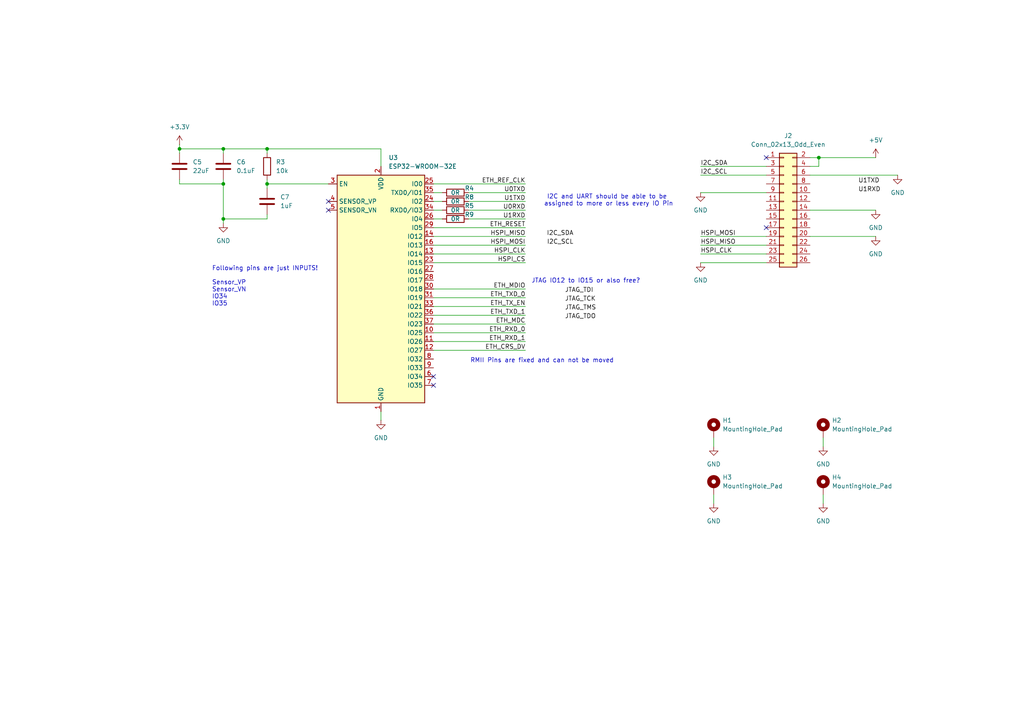
<source format=kicad_sch>
(kicad_sch (version 20231120) (generator "eeschema") (generator_version "8.0")
  (paper "A4")
  (lib_symbols
    (symbol "Connector_Generic:Conn_02x13_Odd_Even" (pin_names (offset 1.016) hide)
      (property "Reference" "J" (at 1.27 17.78 0))
      (property "Value" "Conn_02x13_Odd_Even" (at 1.27 -17.78 0))
      (symbol "Conn_02x13_Odd_Even_1_1"
        (rectangle (start -1.27 -15.113) (end 0 -15.367) (stroke (width 0.1524)))
        (rectangle (start -1.27 -12.573) (end 0 -12.827) (stroke (width 0.1524)))
        (rectangle (start -1.27 -10.033) (end 0 -10.287) (stroke (width 0.1524)))
        (rectangle (start -1.27 -7.493) (end 0 -7.747) (stroke (width 0.1524)))
        (rectangle (start -1.27 -4.953) (end 0 -5.207) (stroke (width 0.1524)))
        (rectangle (start -1.27 -2.413) (end 0 -2.667) (stroke (width 0.1524)))
        (rectangle (start -1.27 0.127) (end 0 -0.127) (stroke (width 0.1524)))
        (rectangle (start -1.27 2.667) (end 0 2.413) (stroke (width 0.1524)))
        (rectangle (start -1.27 5.207) (end 0 4.953) (stroke (width 0.1524)))
        (rectangle (start -1.27 7.747) (end 0 7.493) (stroke (width 0.1524)))
        (rectangle (start -1.27 10.287) (end 0 10.033) (stroke (width 0.1524)))
        (rectangle (start -1.27 12.827) (end 0 12.573) (stroke (width 0.1524)))
        (rectangle (start -1.27 15.367) (end 0 15.113) (stroke (width 0.1524)))
        (rectangle (start -1.27 16.51) (end 3.81 -16.51) (stroke (width 0.254)) (fill (type background)))
        (rectangle (start 3.81 -15.113) (end 2.54 -15.367) (stroke (width 0.1524)))
        (rectangle (start 3.81 -12.573) (end 2.54 -12.827) (stroke (width 0.1524)))
        (rectangle (start 3.81 -10.033) (end 2.54 -10.287) (stroke (width 0.1524)))
        (rectangle (start 3.81 -7.493) (end 2.54 -7.747) (stroke (width 0.1524)))
        (rectangle (start 3.81 -4.953) (end 2.54 -5.207) (stroke (width 0.1524)))
        (rectangle (start 3.81 -2.413) (end 2.54 -2.667) (stroke (width 0.1524)))
        (rectangle (start 3.81 0.127) (end 2.54 -0.127) (stroke (width 0.1524)))
        (rectangle (start 3.81 2.667) (end 2.54 2.413) (stroke (width 0.1524)))
        (rectangle (start 3.81 5.207) (end 2.54 4.953) (stroke (width 0.1524)))
        (rectangle (start 3.81 7.747) (end 2.54 7.493) (stroke (width 0.1524)))
        (rectangle (start 3.81 10.287) (end 2.54 10.033) (stroke (width 0.1524)))
        (rectangle (start 3.81 12.827) (end 2.54 12.573) (stroke (width 0.1524)))
        (rectangle (start 3.81 15.367) (end 2.54 15.113) (stroke (width 0.1524)))
        (pin passive line (at -5.08 15.24 0) (length 3.81) (name "Pin_1") (number "1"))
        (pin passive line (at 7.62 5.08 180) (length 3.81) (name "Pin_10") (number "10"))
        (pin passive line (at -5.08 2.54 0) (length 3.81) (name "Pin_11") (number "11"))
        (pin passive line (at 7.62 2.54 180) (length 3.81) (name "Pin_12") (number "12"))
        (pin passive line (at -5.08 0 0) (length 3.81) (name "Pin_13") (number "13"))
        (pin passive line (at 7.62 0 180) (length 3.81) (name "Pin_14") (number "14"))
        (pin passive line (at -5.08 -2.54 0) (length 3.81) (name "Pin_15") (number "15"))
        (pin passive line (at 7.62 -2.54 180) (length 3.81) (name "Pin_16") (number "16"))
        (pin passive line (at -5.08 -5.08 0) (length 3.81) (name "Pin_17") (number "17"))
        (pin passive line (at 7.62 -5.08 180) (length 3.81) (name "Pin_18") (number "18"))
        (pin passive line (at -5.08 -7.62 0) (length 3.81) (name "Pin_19") (number "19"))
        (pin passive line (at 7.62 15.24 180) (length 3.81) (name "Pin_2") (number "2"))
        (pin passive line (at 7.62 -7.62 180) (length 3.81) (name "Pin_20") (number "20"))
        (pin passive line (at -5.08 -10.16 0) (length 3.81) (name "Pin_21") (number "21"))
        (pin passive line (at 7.62 -10.16 180) (length 3.81) (name "Pin_22") (number "22"))
        (pin passive line (at -5.08 -12.7 0) (length 3.81) (name "Pin_23") (number "23"))
        (pin passive line (at 7.62 -12.7 180) (length 3.81) (name "Pin_24") (number "24"))
        (pin passive line (at -5.08 -15.24 0) (length 3.81) (name "Pin_25") (number "25"))
        (pin passive line (at 7.62 -15.24 180) (length 3.81) (name "Pin_26") (number "26"))
        (pin passive line (at -5.08 12.7 0) (length 3.81) (name "Pin_3") (number "3"))
        (pin passive line (at 7.62 12.7 180) (length 3.81) (name "Pin_4") (number "4"))
        (pin passive line (at -5.08 10.16 0) (length 3.81) (name "Pin_5") (number "5"))
        (pin passive line (at 7.62 10.16 180) (length 3.81) (name "Pin_6") (number "6"))
        (pin passive line (at -5.08 7.62 0) (length 3.81) (name "Pin_7") (number "7"))
        (pin passive line (at 7.62 7.62 180) (length 3.81) (name "Pin_8") (number "8"))
        (pin passive line (at -5.08 5.08 0) (length 3.81) (name "Pin_9") (number "9"))
      )
    )
    (symbol "Device:C" (pin_numbers hide) (pin_names (offset 0.254))
      (property "Reference" "C" (at 0.635 2.54 0))
      (property "Value" "C" (at 0.635 -2.54 0))
      (symbol "C_0_1"
        (polyline (pts (xy -2.032 -0.762) (xy 2.032 -0.762)) (stroke (width 0.508)))
        (polyline (pts (xy -2.032 0.762) (xy 2.032 0.762)) (stroke (width 0.508)))
      )
      (symbol "C_1_1"
        (pin passive line (at 0 3.81 270) (length 2.794) (name "~") (number "1"))
        (pin passive line (at 0 -3.81 90) (length 2.794) (name "~") (number "2"))
      )
    )
    (symbol "Device:R" (pin_numbers hide) (pin_names (offset 0))
      (property "Reference" "R" (at 2.032 0 90))
      (property "Value" "R" (at 0 0 90))
      (symbol "R_0_1"
        (rectangle (start -1.016 -2.54) (end 1.016 2.54) (stroke (width 0.254)))
      )
      (symbol "R_1_1"
        (pin passive line (at 0 3.81 270) (length 1.27) (name "~") (number "1"))
        (pin passive line (at 0 -3.81 90) (length 1.27) (name "~") (number "2"))
      )
    )
    (symbol "Mechanical:MountingHole_Pad" (pin_numbers hide) (pin_names (offset 1.016) hide) (exclude_from_sim yes) (in_bom no)
      (property "Reference" "H" (at 0 6.35 0))
      (property "Value" "MountingHole_Pad" (at 0 4.445 0))
      (symbol "MountingHole_Pad_0_1"
        (circle (center 0 1.27) (radius 1.27) (stroke (width 1.27)))
      )
      (symbol "MountingHole_Pad_1_1"
        (pin input line (at 0 -2.54 90) (length 2.54) (name "1") (number "1"))
      )
    )
    (symbol "RF_Module:ESP32-WROOM-32E"
      (property "Reference" "U" (at -12.7 34.29 0))
      (property "Value" "ESP32-WROOM-32E" (at 1.27 34.29 0))
      (symbol "ESP32-WROOM-32E_0_1"
        (rectangle (start -12.7 33.02) (end 12.7 -33.02) (stroke (width 0.254)) (fill (type background)))
      )
      (symbol "ESP32-WROOM-32E_1_1"
        (pin power_in line (at 0 -35.56 90) (length 2.54) (name "GND") (number "1"))
        (pin bidirectional line (at 15.24 -12.7 180) (length 2.54) (name "IO25") (number "10"))
        (pin bidirectional line (at 15.24 -15.24 180) (length 2.54) (name "IO26") (number "11"))
        (pin bidirectional line (at 15.24 -17.78 180) (length 2.54) (name "IO27") (number "12"))
        (pin bidirectional line (at 15.24 10.16 180) (length 2.54) (name "IO14") (number "13"))
        (pin bidirectional line (at 15.24 15.24 180) (length 2.54) (name "IO12") (number "14"))
        (pin passive line (at 0 -35.56 90) (length 2.54) hide (name "GND") (number "15"))
        (pin bidirectional line (at 15.24 12.7 180) (length 2.54) (name "IO13") (number "16"))
        (pin no_connect line (at -12.7 -5.08 0) (length 2.54) hide (name "NC") (number "17"))
        (pin no_connect line (at -12.7 -7.62 0) (length 2.54) hide (name "NC") (number "18"))
        (pin no_connect line (at -12.7 -12.7 0) (length 2.54) hide (name "NC") (number "19"))
        (pin power_in line (at 0 35.56 270) (length 2.54) (name "VDD") (number "2"))
        (pin no_connect line (at -12.7 -10.16 0) (length 2.54) hide (name "NC") (number "20"))
        (pin no_connect line (at -12.7 0 0) (length 2.54) hide (name "NC") (number "21"))
        (pin no_connect line (at -12.7 -2.54 0) (length 2.54) hide (name "NC") (number "22"))
        (pin bidirectional line (at 15.24 7.62 180) (length 2.54) (name "IO15") (number "23"))
        (pin bidirectional line (at 15.24 25.4 180) (length 2.54) (name "IO2") (number "24"))
        (pin bidirectional line (at 15.24 30.48 180) (length 2.54) (name "IO0") (number "25"))
        (pin bidirectional line (at 15.24 20.32 180) (length 2.54) (name "IO4") (number "26"))
        (pin bidirectional line (at 15.24 5.08 180) (length 2.54) (name "IO16") (number "27"))
        (pin bidirectional line (at 15.24 2.54 180) (length 2.54) (name "IO17") (number "28"))
        (pin bidirectional line (at 15.24 17.78 180) (length 2.54) (name "IO5") (number "29"))
        (pin input line (at -15.24 30.48 0) (length 2.54) (name "EN") (number "3"))
        (pin bidirectional line (at 15.24 0 180) (length 2.54) (name "IO18") (number "30"))
        (pin bidirectional line (at 15.24 -2.54 180) (length 2.54) (name "IO19") (number "31"))
        (pin no_connect line (at -12.7 -27.94 0) (length 2.54) hide (name "NC") (number "32"))
        (pin bidirectional line (at 15.24 -5.08 180) (length 2.54) (name "IO21") (number "33"))
        (pin bidirectional line (at 15.24 22.86 180) (length 2.54) (name "RXD0/IO3") (number "34"))
        (pin bidirectional line (at 15.24 27.94 180) (length 2.54) (name "TXD0/IO1") (number "35"))
        (pin bidirectional line (at 15.24 -7.62 180) (length 2.54) (name "IO22") (number "36"))
        (pin bidirectional line (at 15.24 -10.16 180) (length 2.54) (name "IO23") (number "37"))
        (pin passive line (at 0 -35.56 90) (length 2.54) hide (name "GND") (number "38"))
        (pin passive line (at 0 -35.56 90) (length 2.54) hide (name "GND") (number "39"))
        (pin input line (at -15.24 25.4 0) (length 2.54) (name "SENSOR_VP") (number "4"))
        (pin input line (at -15.24 22.86 0) (length 2.54) (name "SENSOR_VN") (number "5"))
        (pin input line (at 15.24 -25.4 180) (length 2.54) (name "IO34") (number "6"))
        (pin input line (at 15.24 -27.94 180) (length 2.54) (name "IO35") (number "7"))
        (pin bidirectional line (at 15.24 -20.32 180) (length 2.54) (name "IO32") (number "8"))
        (pin bidirectional line (at 15.24 -22.86 180) (length 2.54) (name "IO33") (number "9"))
      )
    )
    (symbol "power:+3.3V" (power) (pin_numbers hide) (pin_names (offset 0) hide)
      (property "Value" "+3.3V" (at 0 3.556 0))
      (symbol "+3.3V_0_1"
        (polyline (pts (xy -0.762 1.27) (xy 0 2.54)))
        (polyline (pts (xy 0 0) (xy 0 2.54)))
        (polyline (pts (xy 0 2.54) (xy 0.762 1.27)))
      )
      (symbol "+3.3V_1_1"
        (pin power_in line (at 0 0 90) (length 0) (name "~") (number "1"))
      )
    )
    (symbol "power:+5V" (power) (pin_numbers hide) (pin_names (offset 0) hide)
      (property "Value" "+5V" (at 0 3.556 0))
      (symbol "+5V_0_1"
        (polyline (pts (xy -0.762 1.27) (xy 0 2.54)))
        (polyline (pts (xy 0 0) (xy 0 2.54)))
        (polyline (pts (xy 0 2.54) (xy 0.762 1.27)))
      )
      (symbol "+5V_1_1"
        (pin power_in line (at 0 0 90) (length 0) (name "~") (number "1"))
      )
    )
    (symbol "power:GND" (power) (pin_numbers hide) (pin_names (offset 0) hide)
      (property "Value" "GND" (at 0 -3.81 0))
      (symbol "GND_0_1"
        (polyline (pts (xy 0 0) (xy 0 -1.27) (xy 1.27 -1.27) (xy 0 -2.54) (xy -1.27 -1.27) (xy 0 -1.27)))
      )
      (symbol "GND_1_1"
        (pin power_in line (at 0 0 270) (length 0) (name "~") (number "1"))
      )
    )
  )
  (junction (at 77.47 43.18))
  (junction (at 77.47 53.34))
  (junction (at 64.77 43.18))
  (junction (at 64.77 53.34))
  (junction (at 52.07 43.18))
  (junction (at 64.77 63.5))
  (junction (at 237.49 45.72))
  (no_connect (at 95.25 60.96))
  (no_connect (at 222.25 45.72))
  (no_connect (at 222.25 66.04))
  (no_connect (at 95.25 58.42))
  (no_connect (at 125.73 109.22))
  (no_connect (at 125.73 111.76))
  (wire (pts (xy 52.07 41.91) (xy 52.07 43.18)))
  (wire (pts (xy 125.73 96.52) (xy 152.4 96.52)))
  (wire (pts (xy 203.2 71.12) (xy 222.25 71.12)))
  (wire (pts (xy 135.89 60.96) (xy 152.4 60.96)))
  (wire (pts (xy 125.73 66.04) (xy 152.4 66.04)))
  (wire (pts (xy 125.73 88.9) (xy 152.4 88.9)))
  (wire (pts (xy 125.73 55.88) (xy 128.27 55.88)))
  (wire (pts (xy 64.77 43.18) (xy 64.77 44.45)))
  (wire (pts (xy 125.73 71.12) (xy 152.4 71.12)))
  (wire (pts (xy 125.73 86.36) (xy 152.4 86.36)))
  (wire (pts (xy 237.49 45.72) (xy 237.49 48.26)))
  (wire (pts (xy 64.77 53.34) (xy 64.77 63.5)))
  (wire (pts (xy 125.73 76.2) (xy 152.4 76.2)))
  (wire (pts (xy 125.73 60.96) (xy 128.27 60.96)))
  (wire (pts (xy 125.73 68.58) (xy 152.4 68.58)))
  (wire (pts (xy 234.95 50.8) (xy 260.35 50.8)))
  (wire (pts (xy 64.77 43.18) (xy 77.47 43.18)))
  (wire (pts (xy 52.07 52.07) (xy 52.07 53.34)))
  (wire (pts (xy 125.73 63.5) (xy 128.27 63.5)))
  (wire (pts (xy 125.73 99.06) (xy 152.4 99.06)))
  (wire (pts (xy 234.95 68.58) (xy 254 68.58)))
  (wire (pts (xy 203.2 68.58) (xy 222.25 68.58)))
  (wire (pts (xy 125.73 101.6) (xy 152.4 101.6)))
  (wire (pts (xy 135.89 63.5) (xy 152.4 63.5)))
  (wire (pts (xy 203.2 76.2) (xy 222.25 76.2)))
  (wire (pts (xy 203.2 73.66) (xy 222.25 73.66)))
  (wire (pts (xy 135.89 55.88) (xy 152.4 55.88)))
  (wire (pts (xy 110.49 43.18) (xy 110.49 48.26)))
  (wire (pts (xy 207.01 127) (xy 207.01 129.54)))
  (wire (pts (xy 125.73 93.98) (xy 152.4 93.98)))
  (wire (pts (xy 77.47 43.18) (xy 77.47 44.45)))
  (wire (pts (xy 125.73 58.42) (xy 128.27 58.42)))
  (wire (pts (xy 238.76 127) (xy 238.76 129.54)))
  (wire (pts (xy 135.89 58.42) (xy 152.4 58.42)))
  (wire (pts (xy 125.73 91.44) (xy 152.4 91.44)))
  (wire (pts (xy 203.2 55.88) (xy 222.25 55.88)))
  (wire (pts (xy 77.47 43.18) (xy 110.49 43.18)))
  (wire (pts (xy 52.07 43.18) (xy 52.07 44.45)))
  (wire (pts (xy 110.49 119.38) (xy 110.49 121.92)))
  (wire (pts (xy 125.73 53.34) (xy 152.4 53.34)))
  (wire (pts (xy 234.95 45.72) (xy 237.49 45.72)))
  (wire (pts (xy 64.77 63.5) (xy 64.77 64.77)))
  (wire (pts (xy 207.01 143.51) (xy 207.01 146.05)))
  (wire (pts (xy 77.47 63.5) (xy 64.77 63.5)))
  (wire (pts (xy 203.2 48.26) (xy 222.25 48.26)))
  (wire (pts (xy 237.49 45.72) (xy 254 45.72)))
  (wire (pts (xy 238.76 143.51) (xy 238.76 146.05)))
  (wire (pts (xy 203.2 50.8) (xy 222.25 50.8)))
  (wire (pts (xy 234.95 48.26) (xy 237.49 48.26)))
  (wire (pts (xy 64.77 52.07) (xy 64.77 53.34)))
  (wire (pts (xy 77.47 52.07) (xy 77.47 53.34)))
  (wire (pts (xy 52.07 43.18) (xy 64.77 43.18)))
  (wire (pts (xy 77.47 53.34) (xy 95.25 53.34)))
  (wire (pts (xy 52.07 53.34) (xy 64.77 53.34)))
  (wire (pts (xy 234.95 60.96) (xy 254 60.96)))
  (wire (pts (xy 125.73 73.66) (xy 152.4 73.66)))
  (wire (pts (xy 77.47 53.34) (xy 77.47 54.61)))
  (wire (pts (xy 77.47 62.23) (xy 77.47 63.5)))
  (wire (pts (xy 125.73 83.82) (xy 152.4 83.82)))
  (text "I2C and UART should be able to be \nassigned to more or less every IO Pin" (at 176.53 58.166 0) (effects (font (size 1.27 1.27))))
  (text "RMII Pins are fixed and can not be moved" (at 157.226 104.648 0) (effects (font (size 1.27 1.27))))
  (text "JTAG IO12 to IO15 or also free?" (at 169.926 81.534 0) (effects (font (size 1.27 1.27))))
  (text "Following pins are just INPUTS!\n\nSensor_VP\nSensor_VN\nIO34\nIO35" (at 61.468 83.058 0) (effects (font (size 1.27 1.27)) (justify left)))
  (label "ETH_RESET" (at 152.4 66.04 180))
  (label "ETH_MDC" (at 152.4 93.98 180))
  (label "JTAG_TMS" (at 163.83 90.17 0))
  (label "I2C_SCL" (at 166.37 71.12 180))
  (label "I2C_SDA" (at 166.37 68.58 180))
  (label "ETH_TX_EN" (at 152.4 88.9 180))
  (label "HSPI_CS" (at 152.4 76.2 180))
  (label "HSPI_MISO" (at 152.4 68.58 180))
  (label "U1TXD" (at 152.4 58.42 180))
  (label "HSPI_MOSI" (at 152.4 71.12 180))
  (label "ETH_RXD_0" (at 152.4 96.52 180))
  (label "HSPI_CLK" (at 203.2 73.66 0))
  (label "ETH_MDIO" (at 152.4 83.82 180))
  (label "HSPI_MISO" (at 203.2 71.12 0))
  (label "HSPI_CLK" (at 152.4 73.66 180))
  (label "U1RXD" (at 248.92 55.88 0))
  (label "HSPI_MOSI" (at 203.2 68.58 0))
  (label "ETH_TXD_0" (at 152.4 86.36 180))
  (label "U0TXD" (at 152.4 55.88 180))
  (label "U1RXD" (at 152.4 63.5 180))
  (label "ETH_CRS_DV" (at 152.4 101.6 180))
  (label "I2C_SCL" (at 203.2 50.8 0))
  (label "U0RXD" (at 152.4 60.96 180))
  (label "ETH_REF_CLK" (at 152.4 53.34 180))
  (label "JTAG_TDI" (at 163.83 85.09 0))
  (label "U1TXD" (at 248.92 53.34 0))
  (label "ETH_TXD_1" (at 152.4 91.44 180))
  (label "I2C_SDA" (at 203.2 48.26 0))
  (label "ETH_RXD_1" (at 152.4 99.06 180))
  (label "JTAG_TCK" (at 163.83 87.63 0))
  (label "JTAG_TDO" (at 163.83 92.71 0))
  (symbol (lib_id "power:GND") (at 260.35 50.8 0) (unit 1)
    (property "Reference" "#PWR015" (effects (hide yes)))
    (property "Value" "GND" (at 260.35 55.88 0))
    (property "Description" "Power symbol creates a global label with name \"GND\" , ground" (effects (hide yes)))
  )
  (symbol (lib_id "power:GND") (at 110.49 121.92 0) (unit 1)
    (property "Reference" "#PWR08" (effects (hide yes)))
    (property "Value" "GND" (at 110.49 127 0))
    (property "Description" "Power symbol creates a global label with name \"GND\" , ground" (effects (hide yes)))
  )
  (symbol (lib_id "power:+5V") (at 254 45.72 0) (unit 1)
    (property "Reference" "#PWR020" (effects (hide yes)))
    (property "Value" "+5V" (at 254 40.64 0))
    (property "Description" "Power symbol creates a global label with name \"+5V\"" (effects (hide yes)))
  )
  (symbol (lib_id "power:GND") (at 203.2 55.88 0) (unit 1)
    (property "Reference" "#PWR016" (effects (hide yes)))
    (property "Value" "GND" (at 203.2 60.96 0))
    (property "Description" "Power symbol creates a global label with name \"GND\" , ground" (effects (hide yes)))
  )
  (symbol (lib_id "power:GND") (at 207.01 146.05 0) (unit 1)
    (property "Reference" "#PWR013" (effects (hide yes)))
    (property "Value" "GND" (at 207.01 151.13 0))
    (property "Description" "Power symbol creates a global label with name \"GND\" , ground" (effects (hide yes)))
  )
  (symbol (lib_id "power:GND") (at 254 68.58 0) (unit 1)
    (property "Reference" "#PWR018" (effects (hide yes)))
    (property "Value" "GND" (at 254 73.66 0))
    (property "Description" "Power symbol creates a global label with name \"GND\" , ground" (effects (hide yes)))
  )
  (symbol (lib_id "Mechanical:MountingHole_Pad") (at 238.76 140.97 0) (unit 1) (exclude_from_sim yes) (in_bom no)
    (property "Reference" "H4" (at 241.3 138.4299 0) (effects (justify left)))
    (property "Value" "MountingHole_Pad" (at 241.3 140.9699 0) (effects (justify left)))
    (property "Description" "Mounting Hole with connection" (effects (hide yes)))
  )
  (symbol (lib_id "power:GND") (at 254 60.96 0) (unit 1)
    (property "Reference" "#PWR017" (effects (hide yes)))
    (property "Value" "GND" (at 254 66.04 0))
    (property "Description" "Power symbol creates a global label with name \"GND\" , ground" (effects (hide yes)))
  )
  (symbol (lib_id "Device:R") (at 132.08 58.42 90) (unit 1)
    (property "Reference" "R8" (at 136.144 57.15 90))
    (property "Value" "0R" (at 132.08 58.42 90))
    (property "Description" "Resistor" (effects (hide yes)))
  )
  (symbol (lib_id "Device:R") (at 77.47 48.26 0) (unit 1)
    (property "Reference" "R3" (at 80.01 46.9899 0) (effects (justify left)))
    (property "Value" "10k" (at 80.01 49.5299 0) (effects (justify left)))
    (property "Description" "Resistor" (effects (hide yes)))
  )
  (symbol (lib_id "Device:R") (at 132.08 63.5 90) (unit 1)
    (property "Reference" "R9" (at 136.144 62.23 90))
    (property "Value" "0R" (at 132.08 63.5 90))
    (property "Description" "Resistor" (effects (hide yes)))
  )
  (symbol (lib_id "Device:C") (at 64.77 48.26 0) (unit 1)
    (property "Reference" "C6" (at 68.58 46.9899 0) (effects (justify left)))
    (property "Value" "0.1uF" (at 68.58 49.5299 0) (effects (justify left)))
    (property "Description" "Unpolarized capacitor" (effects (hide yes)))
  )
  (symbol (lib_id "power:GND") (at 203.2 76.2 0) (unit 1)
    (property "Reference" "#PWR019" (effects (hide yes)))
    (property "Value" "GND" (at 203.2 81.28 0))
    (property "Description" "Power symbol creates a global label with name \"GND\" , ground" (effects (hide yes)))
  )
  (symbol (lib_id "Device:R") (at 132.08 60.96 90) (unit 1)
    (property "Reference" "R5" (at 136.144 59.69 90))
    (property "Value" "0R" (at 132.08 60.96 90))
    (property "Description" "Resistor" (effects (hide yes)))
  )
  (symbol (lib_id "Device:C") (at 52.07 48.26 0) (unit 1)
    (property "Reference" "C5" (at 55.88 46.9899 0) (effects (justify left)))
    (property "Value" "22uF" (at 55.88 49.5299 0) (effects (justify left)))
    (property "Description" "Unpolarized capacitor" (effects (hide yes)))
  )
  (symbol (lib_id "Device:R") (at 132.08 55.88 90) (unit 1)
    (property "Reference" "R4" (at 136.144 54.61 90))
    (property "Value" "0R" (at 132.08 55.88 90))
    (property "Description" "Resistor" (effects (hide yes)))
  )
  (symbol (lib_id "power:+3.3V") (at 52.07 41.91 0) (unit 1)
    (property "Reference" "#PWR09" (effects (hide yes)))
    (property "Value" "+3.3V" (at 52.07 36.83 0))
    (property "Description" "Power symbol creates a global label with name \"+3.3V\"" (effects (hide yes)))
  )
  (symbol (lib_id "RF_Module:ESP32-WROOM-32E") (at 110.49 83.82 0) (unit 1)
    (property "Reference" "U3" (at 112.6841 45.72 0) (effects (justify left)))
    (property "Value" "ESP32-WROOM-32E" (at 112.6841 48.26 0) (effects (justify left)))
    (property "Footprint" "RF_Module:ESP32-WROOM-32D" (effects (hide yes)))
    (property "Datasheet" "https://www.espressif.com/sites/default/files/documentation/esp32-wroom-32e_esp32-wroom-32ue_datasheet_en.pdf" (effects (hide yes)))
    (property "Description" "RF Module, ESP32-D0WD-V3 SoC, without PSRAM, Wi-Fi 802.11b/g/n, Bluetooth, BLE, 32-bit, 2.7-3.6V, onboard antenna, SMD" (effects (hide yes)))
  )
  (symbol (lib_id "power:GND") (at 207.01 129.54 0) (unit 1)
    (property "Reference" "#PWR011" (effects (hide yes)))
    (property "Value" "GND" (at 207.01 134.62 0))
    (property "Description" "Power symbol creates a global label with name \"GND\" , ground" (effects (hide yes)))
  )
  (symbol (lib_id "power:GND") (at 64.77 64.77 0) (unit 1)
    (property "Reference" "#PWR010" (effects (hide yes)))
    (property "Value" "GND" (at 64.77 69.85 0))
    (property "Description" "Power symbol creates a global label with name \"GND\" , ground" (effects (hide yes)))
  )
  (symbol (lib_id "Device:C") (at 77.47 58.42 0) (unit 1)
    (property "Reference" "C7" (at 81.28 57.1499 0) (effects (justify left)))
    (property "Value" "1uF" (at 81.28 59.6899 0) (effects (justify left)))
    (property "Description" "Unpolarized capacitor" (effects (hide yes)))
  )
  (symbol (lib_id "Mechanical:MountingHole_Pad") (at 207.01 124.46 0) (unit 1) (exclude_from_sim yes) (in_bom no)
    (property "Reference" "H1" (at 209.55 121.9199 0) (effects (justify left)))
    (property "Value" "MountingHole_Pad" (at 209.55 124.4599 0) (effects (justify left)))
    (property "Description" "Mounting Hole with connection" (effects (hide yes)))
  )
  (symbol (lib_id "Connector_Generic:Conn_02x13_Odd_Even") (at 227.33 60.96 0) (unit 1)
    (property "Reference" "J2" (at 228.6 39.37 0))
    (property "Value" "Conn_02x13_Odd_Even" (at 228.6 41.91 0))
    (property "Description" "Generic connector, double row, 02x13, odd/even pin numbering scheme (row 1 odd numbers, row 2 even numbers), script generated (kicad-library-utils/schlib/autogen/connector/)" (effects (hide yes)))
  )
  (symbol (lib_id "power:GND") (at 238.76 129.54 0) (unit 1)
    (property "Reference" "#PWR012" (effects (hide yes)))
    (property "Value" "GND" (at 238.76 134.62 0))
    (property "Description" "Power symbol creates a global label with name \"GND\" , ground" (effects (hide yes)))
  )
  (symbol (lib_id "Mechanical:MountingHole_Pad") (at 238.76 124.46 0) (unit 1) (exclude_from_sim yes) (in_bom no)
    (property "Reference" "H2" (at 241.3 121.9199 0) (effects (justify left)))
    (property "Value" "MountingHole_Pad" (at 241.3 124.4599 0) (effects (justify left)))
    (property "Description" "Mounting Hole with connection" (effects (hide yes)))
  )
  (symbol (lib_id "Mechanical:MountingHole_Pad") (at 207.01 140.97 0) (unit 1) (exclude_from_sim yes) (in_bom no)
    (property "Reference" "H3" (at 209.55 138.4299 0) (effects (justify left)))
    (property "Value" "MountingHole_Pad" (at 209.55 140.9699 0) (effects (justify left)))
    (property "Description" "Mounting Hole with connection" (effects (hide yes)))
  )
  (symbol (lib_id "power:GND") (at 238.76 146.05 0) (unit 1)
    (property "Reference" "#PWR014" (effects (hide yes)))
    (property "Value" "GND" (at 238.76 151.13 0))
    (property "Description" "Power symbol creates a global label with name \"GND\" , ground" (effects (hide yes)))
  )
)
</source>
